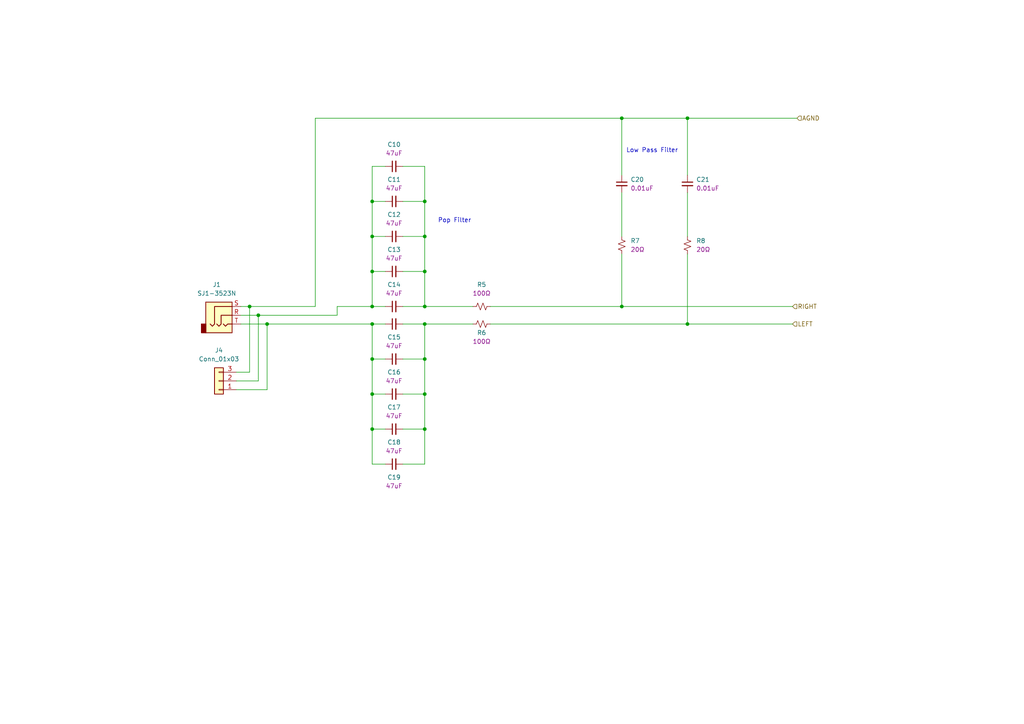
<source format=kicad_sch>
(kicad_sch (version 20230121) (generator eeschema)
  (paper "A4")
  (lib_symbols
    (symbol "Connector_Audio:AudioJack3"
      (property "Reference" "J" (at 0 8.89 0))
      (property "Value" "AudioJack3" (at 0 6.35 0))
      (symbol "AudioJack3_0_1"
        (rectangle (start -5.08 -5.08) (end -6.35 -2.54) (stroke (width 0.254)) (fill (type outline)))
        (polyline (pts (xy 0 -2.54) (xy 0.635 -3.175) (xy 1.27 -2.54) (xy 2.54 -2.54)) (stroke (width 0.254)))
        (polyline (pts (xy -1.905 -2.54) (xy -1.27 -3.175) (xy -0.635 -2.54) (xy -0.635 0) (xy 2.54 0)) (stroke (width 0.254)))
        (polyline (pts (xy 2.54 2.54) (xy -2.54 2.54) (xy -2.54 -2.54) (xy -3.175 -3.175) (xy -3.81 -2.54)) (stroke (width 0.254)))
        (rectangle (start 2.54 3.81) (end -5.08 -5.08) (stroke (width 0.254)) (fill (type background)))
      )
      (symbol "AudioJack3_1_1"
        (pin passive line (at 5.08 0 180) (length 2.54) (name "~") (number "R"))
        (pin passive line (at 5.08 2.54 180) (length 2.54) (name "~") (number "S"))
        (pin passive line (at 5.08 -2.54 180) (length 2.54) (name "~") (number "T"))
      )
    )
    (symbol "Connector_Generic:Conn_01x03" (pin_names (offset 1.016) hide)
      (property "Reference" "J" (at 0 5.08 0))
      (property "Value" "Conn_01x03" (at 0 -5.08 0))
      (symbol "Conn_01x03_1_1"
        (rectangle (start -1.27 -2.413) (end 0 -2.667) (stroke (width 0.1524)))
        (rectangle (start -1.27 0.127) (end 0 -0.127) (stroke (width 0.1524)))
        (rectangle (start -1.27 2.667) (end 0 2.413) (stroke (width 0.1524)))
        (rectangle (start -1.27 3.81) (end 1.27 -3.81) (stroke (width 0.254)) (fill (type background)))
        (pin passive line (at -5.08 2.54 0) (length 3.81) (name "Pin_1") (number "1"))
        (pin passive line (at -5.08 0 0) (length 3.81) (name "Pin_2") (number "2"))
        (pin passive line (at -5.08 -2.54 0) (length 3.81) (name "Pin_3") (number "3"))
      )
    )
    (symbol "downloaded_parts:CL21A476MQYNNNE" (pin_numbers hide) (pin_names (offset 0.254) hide)
      (property "Reference" "C" (at 2.794 1.778 0))
      (property "Capacitance" "47uF" (at 5.08 0 0))
      (symbol "CL21A476MQYNNNE_0_1"
        (polyline (pts (xy -1.524 -0.508) (xy 1.524 -0.508)) (stroke (width 0.3302)))
        (polyline (pts (xy -1.524 0.508) (xy 1.524 0.508)) (stroke (width 0.3048)))
      )
      (symbol "CL21A476MQYNNNE_1_1"
        (pin passive line (at 0 2.54 270) (length 2.032) (name "~") (number "1"))
        (pin passive line (at 0 -2.54 90) (length 2.032) (name "~") (number "2"))
      )
    )
    (symbol "downloaded_parts:CL21B103KBANNNC" (pin_numbers hide) (pin_names (offset 0.254) hide)
      (property "Reference" "C" (at 2.794 1.778 0))
      (property "Capacitance" "0.01uF" (at 5.08 0 0))
      (symbol "CL21B103KBANNNC_0_1"
        (polyline (pts (xy -1.524 -0.508) (xy 1.524 -0.508)) (stroke (width 0.3302)))
        (polyline (pts (xy -1.524 0.508) (xy 1.524 0.508)) (stroke (width 0.3048)))
      )
      (symbol "CL21B103KBANNNC_1_1"
        (pin passive line (at 0 2.54 270) (length 2.032) (name "~") (number "1"))
        (pin passive line (at 0 -2.54 90) (length 2.032) (name "~") (number "2"))
      )
    )
    (symbol "downloaded_parts:RC0805FR-07100RL" (pin_numbers hide) (pin_names (offset 0.254) hide)
      (property "Reference" "R" (at 1.27 0.508 0))
      (property "Resistance" "100Ω" (at 5.588 0.508 0))
      (symbol "RC0805FR-07100RL_1_1"
        (polyline (pts (xy 0 0) (xy 1.016 -0.381) (xy 0 -0.762) (xy -1.016 -1.143) (xy 0 -1.524)))
        (polyline (pts (xy 0 1.524) (xy 1.016 1.143) (xy 0 0.762) (xy -1.016 0.381) (xy 0 0)))
        (pin passive line (at 0 2.54 270) (length 1.016) (name "~") (number "1"))
        (pin passive line (at 0 -2.54 90) (length 1.016) (name "~") (number "2"))
      )
    )
    (symbol "downloaded_parts:RC0805JR-0720RL" (pin_numbers hide) (pin_names (offset 0.254) hide)
      (property "Reference" "R" (at 1.27 0.508 0))
      (property "Resistance" "20Ω" (at 5.588 0.508 0))
      (symbol "RC0805JR-0720RL_1_1"
        (polyline (pts (xy 0 0) (xy 1.016 -0.381) (xy 0 -0.762) (xy -1.016 -1.143) (xy 0 -1.524)))
        (polyline (pts (xy 0 1.524) (xy 1.016 1.143) (xy 0 0.762) (xy -1.016 0.381) (xy 0 0)))
        (pin passive line (at 0 2.54 270) (length 1.016) (name "~") (number "1"))
        (pin passive line (at 0 -2.54 90) (length 1.016) (name "~") (number "2"))
      )
    )
  )
  (junction (at 107.95 104.14))
  (junction (at 107.95 78.74))
  (junction (at 107.95 88.9))
  (junction (at 107.95 114.3))
  (junction (at 72.39 88.9))
  (junction (at 123.19 104.14))
  (junction (at 107.95 68.58))
  (junction (at 199.39 93.98))
  (junction (at 123.19 93.98))
  (junction (at 123.19 88.9))
  (junction (at 180.34 88.9))
  (junction (at 74.93 91.44))
  (junction (at 180.34 34.29))
  (junction (at 107.95 58.42))
  (junction (at 77.47 93.98))
  (junction (at 123.19 124.46))
  (junction (at 123.19 68.58))
  (junction (at 123.19 58.42))
  (junction (at 123.19 78.74))
  (junction (at 123.19 114.3))
  (junction (at 107.95 93.98))
  (junction (at 199.39 34.29))
  (junction (at 107.95 124.46))
  (wire (pts (xy 68.58 107.95) (xy 72.39 107.95)))
  (wire (pts (xy 107.95 104.14) (xy 107.95 114.3)))
  (wire (pts (xy 107.95 93.98) (xy 111.76 93.98)))
  (wire (pts (xy 123.19 114.3) (xy 123.19 104.14)))
  (wire (pts (xy 72.39 107.95) (xy 72.39 88.9)))
  (wire (pts (xy 116.84 114.3) (xy 123.19 114.3)))
  (wire (pts (xy 123.19 93.98) (xy 137.16 93.98)))
  (wire (pts (xy 180.34 55.88) (xy 180.34 68.58)))
  (wire (pts (xy 107.95 58.42) (xy 111.76 58.42)))
  (wire (pts (xy 107.95 88.9) (xy 97.79 88.9)))
  (wire (pts (xy 107.95 88.9) (xy 111.76 88.9)))
  (wire (pts (xy 180.34 73.66) (xy 180.34 88.9)))
  (wire (pts (xy 107.95 88.9) (xy 107.95 78.74)))
  (wire (pts (xy 123.19 104.14) (xy 123.19 93.98)))
  (wire (pts (xy 107.95 124.46) (xy 111.76 124.46)))
  (wire (pts (xy 123.19 48.26) (xy 123.19 58.42)))
  (wire (pts (xy 72.39 88.9) (xy 91.44 88.9)))
  (wire (pts (xy 180.34 50.8) (xy 180.34 34.29)))
  (wire (pts (xy 107.95 134.62) (xy 111.76 134.62)))
  (wire (pts (xy 69.85 88.9) (xy 72.39 88.9)))
  (wire (pts (xy 123.19 78.74) (xy 123.19 88.9)))
  (wire (pts (xy 123.19 58.42) (xy 123.19 68.58)))
  (wire (pts (xy 77.47 93.98) (xy 107.95 93.98)))
  (wire (pts (xy 199.39 73.66) (xy 199.39 93.98)))
  (wire (pts (xy 107.95 48.26) (xy 111.76 48.26)))
  (wire (pts (xy 107.95 78.74) (xy 107.95 68.58)))
  (wire (pts (xy 116.84 58.42) (xy 123.19 58.42)))
  (wire (pts (xy 142.24 93.98) (xy 199.39 93.98)))
  (wire (pts (xy 107.95 124.46) (xy 107.95 134.62)))
  (wire (pts (xy 74.93 91.44) (xy 69.85 91.44)))
  (wire (pts (xy 68.58 113.03) (xy 77.47 113.03)))
  (wire (pts (xy 199.39 34.29) (xy 231.14 34.29)))
  (wire (pts (xy 123.19 68.58) (xy 123.19 78.74)))
  (wire (pts (xy 107.95 68.58) (xy 111.76 68.58)))
  (wire (pts (xy 116.84 104.14) (xy 123.19 104.14)))
  (wire (pts (xy 107.95 114.3) (xy 111.76 114.3)))
  (wire (pts (xy 199.39 34.29) (xy 199.39 50.8)))
  (wire (pts (xy 123.19 88.9) (xy 137.16 88.9)))
  (wire (pts (xy 91.44 88.9) (xy 91.44 34.29)))
  (wire (pts (xy 142.24 88.9) (xy 180.34 88.9)))
  (wire (pts (xy 97.79 91.44) (xy 97.79 88.9)))
  (wire (pts (xy 107.95 93.98) (xy 107.95 104.14)))
  (wire (pts (xy 116.84 68.58) (xy 123.19 68.58)))
  (wire (pts (xy 68.58 110.49) (xy 74.93 110.49)))
  (wire (pts (xy 116.84 78.74) (xy 123.19 78.74)))
  (wire (pts (xy 107.95 58.42) (xy 107.95 48.26)))
  (wire (pts (xy 69.85 93.98) (xy 77.47 93.98)))
  (wire (pts (xy 91.44 34.29) (xy 180.34 34.29)))
  (wire (pts (xy 180.34 34.29) (xy 199.39 34.29)))
  (wire (pts (xy 77.47 113.03) (xy 77.47 93.98)))
  (wire (pts (xy 97.79 91.44) (xy 74.93 91.44)))
  (wire (pts (xy 199.39 55.88) (xy 199.39 68.58)))
  (wire (pts (xy 107.95 68.58) (xy 107.95 58.42)))
  (wire (pts (xy 107.95 78.74) (xy 111.76 78.74)))
  (wire (pts (xy 74.93 110.49) (xy 74.93 91.44)))
  (wire (pts (xy 116.84 48.26) (xy 123.19 48.26)))
  (wire (pts (xy 116.84 124.46) (xy 123.19 124.46)))
  (wire (pts (xy 199.39 93.98) (xy 229.87 93.98)))
  (wire (pts (xy 116.84 88.9) (xy 123.19 88.9)))
  (wire (pts (xy 107.95 104.14) (xy 111.76 104.14)))
  (wire (pts (xy 123.19 134.62) (xy 123.19 124.46)))
  (wire (pts (xy 116.84 93.98) (xy 123.19 93.98)))
  (wire (pts (xy 107.95 114.3) (xy 107.95 124.46)))
  (wire (pts (xy 116.84 134.62) (xy 123.19 134.62)))
  (wire (pts (xy 180.34 88.9) (xy 229.87 88.9)))
  (wire (pts (xy 123.19 124.46) (xy 123.19 114.3)))
  (text "Pop Filter\n" (at 127 64.77 0) (effects (font (size 1.27 1.27)) (justify left bottom)))
  (text "Low Pass Filter" (at 181.61 44.45 0) (effects (font (size 1.27 1.27)) (justify left bottom)))
  (hierarchical_label "LEFT" (shape input) (at 229.87 93.98 0))
  (hierarchical_label "RIGHT" (shape input) (at 229.87 88.9 0))
  (hierarchical_label "AGND" (shape input) (at 231.14 34.29 0))
  (symbol (lib_id "downloaded_parts:CL21A476MQYNNNE") (at 114.3 93.98 90) (unit 1)
    (property "Reference" "C15" (at 114.3 97.79 90))
    (property "Value" "CL21A476MQYNNNE" (effects hide))
    (property "Footprint" "dowloaded_parts:0805_cap" (effects hide))
    (property "Datasheet" "https://www.digikey.com/en/products/detail/samsung-electro-mechanics/CL31A475KBHNNNE/3888715" (effects hide))
    (property "Capacitance" "47uF" (at 114.3 100.33 90))
    (property "Tolerance" "20%" (effects hide))
    (property "Voltage" "6.3v" (effects hide))
    (instances (project "codec-breakout" (path "" (reference "C15") (unit 1))) (project "el-p" (path "" (reference "C23") (unit 1))))
  )
  (symbol (lib_id "downloaded_parts:CL21A476MQYNNNE") (at 114.3 48.26 90) (unit 1)
    (property "Reference" "C10" (at 114.3063 41.91 90))
    (property "Value" "CL21A476MQYNNNE" (effects hide))
    (property "Footprint" "dowloaded_parts:0805_cap" (effects hide))
    (property "Datasheet" "https://www.digikey.com/en/products/detail/samsung-electro-mechanics/CL31A475KBHNNNE/3888715" (effects hide))
    (property "Capacitance" "47uF" (at 114.3063 44.45 90))
    (property "Tolerance" "20%" (effects hide))
    (property "Voltage" "6.3v" (effects hide))
    (instances (project "codec-breakout" (path "" (reference "C10") (unit 1))) (project "el-p" (path "" (reference "C28") (unit 1))))
  )
  (symbol (lib_id "downloaded_parts:RC0805FR-07100RL") (at 139.7 88.9 90) (unit 1)
    (property "Reference" "R5" (at 139.7 82.55 90))
    (property "Value" "RC0805FR-07100RL" (effects hide))
    (property "Footprint" "Resistor_SMD:R_0805_2012Metric_Pad1.20x1.40mm_HandSolder" (effects hide))
    (property "Datasheet" "https://www.yageo.com/upload/media/product/productsearch/datasheet/rchip/PYu-RC_Group_51_RoHS_L_12.pdf" (effects hide))
    (property "Resistance" "100Ω" (at 139.7 85.09 90))
    (property "Store Page" "https://www.digikey.com/en/products/detail/yageo/RC0805FR-07100RL/727543" (effects hide))
    (instances (project "codec-breakout" (path "" (reference "R5") (unit 1))) (project "el-p" (path "" (reference "R14") (unit 1))))
  )
  (symbol (lib_id "downloaded_parts:CL21A476MQYNNNE") (at 114.3 124.46 90) (unit 1)
    (property "Reference" "C18" (at 114.3 128.27 90))
    (property "Value" "CL21A476MQYNNNE" (effects hide))
    (property "Footprint" "dowloaded_parts:0805_cap" (effects hide))
    (property "Datasheet" "https://www.digikey.com/en/products/detail/samsung-electro-mechanics/CL31A475KBHNNNE/3888715" (effects hide))
    (property "Capacitance" "47uF" (at 114.3 130.81 90))
    (property "Tolerance" "20%" (effects hide))
    (property "Voltage" "6.3v" (effects hide))
    (instances (project "codec-breakout" (path "" (reference "C18") (unit 1))) (project "el-p" (path "" (reference "C26") (unit 1))))
  )
  (symbol (lib_id "Connector_Audio:AudioJack3") (at 64.77 91.44 0) (unit 1)
    (property "Reference" "J1" (at 62.865 82.55 0))
    (property "Value" "SJ1-3523N" (at 62.865 85.09 0))
    (property "Footprint" "dowloaded_parts:Jack_3.5mm_CUI_SJ1-3523N_Horizontal" (effects hide))
    (instances (project "codec-breakout" (path "" (reference "J1") (unit 1))) (project "el-p" (path "" (reference "J2") (unit 1))))
  )
  (symbol (lib_id "downloaded_parts:RC0805JR-0720RL") (at 180.34 71.12 0) (unit 1)
    (property "Reference" "R7" (at 182.88 69.85 0) (effects (justify left)))
    (property "Value" "RC0805JR-0720RL" (effects hide))
    (property "Footprint" "Resistor_SMD:R_0805_2012Metric_Pad1.20x1.40mm_HandSolder" (effects hide))
    (property "Datasheet" "https://www.seielect.com/Catalog/SEI-RNCP.pdf" (effects hide))
    (property "Resistance" "20Ω" (at 182.88 72.39 0) (effects (justify left)))
    (instances (project "codec-breakout" (path "" (reference "R7") (unit 1))) (project "el-p" (path "" (reference "R15") (unit 1))))
  )
  (symbol (lib_id "downloaded_parts:CL21A476MQYNNNE") (at 114.3 68.58 90) (unit 1)
    (property "Reference" "C12" (at 114.3063 62.23 90))
    (property "Value" "CL21A476MQYNNNE" (effects hide))
    (property "Footprint" "dowloaded_parts:0805_cap" (effects hide))
    (property "Datasheet" "https://www.digikey.com/en/products/detail/samsung-electro-mechanics/CL31A475KBHNNNE/3888715" (effects hide))
    (property "Capacitance" "47uF" (at 114.3063 64.77 90))
    (property "Tolerance" "20%" (effects hide))
    (property "Voltage" "6.3v" (effects hide))
    (instances (project "codec-breakout" (path "" (reference "C12") (unit 1))) (project "el-p" (path "" (reference "C30") (unit 1))))
  )
  (symbol (lib_id "downloaded_parts:CL21A476MQYNNNE") (at 114.3 88.9 90) (unit 1)
    (property "Reference" "C14" (at 114.3063 82.55 90))
    (property "Value" "CL21A476MQYNNNE" (effects hide))
    (property "Footprint" "dowloaded_parts:0805_cap" (effects hide))
    (property "Datasheet" "https://www.digikey.com/en/products/detail/samsung-electro-mechanics/CL31A475KBHNNNE/3888715" (effects hide))
    (property "Capacitance" "47uF" (at 114.3063 85.09 90))
    (property "Tolerance" "20%" (effects hide))
    (property "Voltage" "6.3v" (effects hide))
    (instances (project "codec-breakout" (path "" (reference "C14") (unit 1))) (project "el-p" (path "" (reference "C32") (unit 1))))
  )
  (symbol (lib_id "downloaded_parts:RC0805JR-0720RL") (at 199.39 71.12 0) (unit 1)
    (property "Reference" "R8" (at 201.93 69.85 0) (effects (justify left)))
    (property "Value" "RC0805JR-0720RL" (effects hide))
    (property "Footprint" "Resistor_SMD:R_0805_2012Metric_Pad1.20x1.40mm_HandSolder" (effects hide))
    (property "Datasheet" "https://www.seielect.com/Catalog/SEI-RNCP.pdf" (effects hide))
    (property "Resistance" "20Ω" (at 201.93 72.39 0) (effects (justify left)))
    (instances (project "codec-breakout" (path "" (reference "R8") (unit 1))) (project "el-p" (path "" (reference "R16") (unit 1))))
  )
  (symbol (lib_id "downloaded_parts:CL21B103KBANNNC") (at 180.34 53.34 0) (unit 1)
    (property "Reference" "C20" (at 182.88 52.0763 0) (effects (justify left)))
    (property "Value" "CL21B103KBANNNC" (effects hide))
    (property "Footprint" "dowloaded_parts:0805_cap" (effects hide))
    (property "Datasheet" "https://media.digikey.com/pdf/Data%20Sheets/Samsung%20PDFs/CL21B104KBCNNN_Spec.pdf" (effects hide))
    (property "Capacitance" "0.01uF" (at 182.88 54.6163 0) (effects (justify left)))
    (property "Tolerance" "10%" (effects hide))
    (property "Voltage" "50v" (effects hide))
    (instances (project "codec-breakout" (path "" (reference "C20") (unit 1))) (project "el-p" (path "" (reference "C33") (unit 1))))
  )
  (symbol (lib_id "downloaded_parts:CL21A476MQYNNNE") (at 114.3 104.14 90) (unit 1)
    (property "Reference" "C16" (at 114.3 107.95 90))
    (property "Value" "CL21A476MQYNNNE" (effects hide))
    (property "Footprint" "dowloaded_parts:0805_cap" (effects hide))
    (property "Datasheet" "https://www.digikey.com/en/products/detail/samsung-electro-mechanics/CL31A475KBHNNNE/3888715" (effects hide))
    (property "Capacitance" "47uF" (at 114.3 110.49 90))
    (property "Tolerance" "20%" (effects hide))
    (property "Voltage" "6.3v" (effects hide))
    (instances (project "codec-breakout" (path "" (reference "C16") (unit 1))) (project "el-p" (path "" (reference "C24") (unit 1))))
  )
  (symbol (lib_id "Connector_Generic:Conn_01x03") (at 63.5 110.49 180) (unit 1)
    (property "Reference" "J4" (at 63.5 101.6 0))
    (property "Value" "Conn_01x03" (at 63.5 104.14 0))
    (property "Footprint" "Connector_PinHeader_2.54mm:PinHeader_1x03_P2.54mm_Vertical" (effects hide))
  )
  (symbol (lib_id "downloaded_parts:CL21A476MQYNNNE") (at 114.3 58.42 90) (unit 1)
    (property "Reference" "C11" (at 114.3063 52.07 90))
    (property "Value" "CL21A476MQYNNNE" (effects hide))
    (property "Footprint" "dowloaded_parts:0805_cap" (effects hide))
    (property "Datasheet" "https://www.digikey.com/en/products/detail/samsung-electro-mechanics/CL31A475KBHNNNE/3888715" (effects hide))
    (property "Capacitance" "47uF" (at 114.3063 54.61 90))
    (property "Tolerance" "20%" (effects hide))
    (property "Voltage" "6.3v" (effects hide))
    (instances (project "codec-breakout" (path "" (reference "C11") (unit 1))) (project "el-p" (path "" (reference "C29") (unit 1))))
  )
  (symbol (lib_id "downloaded_parts:CL21A476MQYNNNE") (at 114.3 134.62 90) (unit 1)
    (property "Reference" "C19" (at 114.3 138.43 90))
    (property "Value" "CL21A476MQYNNNE" (effects hide))
    (property "Footprint" "dowloaded_parts:0805_cap" (effects hide))
    (property "Datasheet" "https://www.digikey.com/en/products/detail/samsung-electro-mechanics/CL31A475KBHNNNE/3888715" (effects hide))
    (property "Capacitance" "47uF" (at 114.3 140.97 90))
    (property "Tolerance" "20%" (effects hide))
    (property "Voltage" "6.3v" (effects hide))
    (instances (project "codec-breakout" (path "" (reference "C19") (unit 1))) (project "el-p" (path "" (reference "C27") (unit 1))))
  )
  (symbol (lib_id "downloaded_parts:CL21B103KBANNNC") (at 199.39 53.34 0) (unit 1)
    (property "Reference" "C21" (at 201.93 52.0763 0) (effects (justify left)))
    (property "Value" "CL21B103KBANNNC" (effects hide))
    (property "Footprint" "dowloaded_parts:0805_cap" (effects hide))
    (property "Datasheet" "https://media.digikey.com/pdf/Data%20Sheets/Samsung%20PDFs/CL21B104KBCNNN_Spec.pdf" (effects hide))
    (property "Capacitance" "0.01uF" (at 201.93 54.6163 0) (effects (justify left)))
    (property "Tolerance" "10%" (effects hide))
    (property "Voltage" "50v" (effects hide))
    (instances (project "codec-breakout" (path "" (reference "C21") (unit 1))) (project "el-p" (path "" (reference "C34") (unit 1))))
  )
  (symbol (lib_id "downloaded_parts:CL21A476MQYNNNE") (at 114.3 78.74 90) (unit 1)
    (property "Reference" "C13" (at 114.3063 72.39 90))
    (property "Value" "CL21A476MQYNNNE" (effects hide))
    (property "Footprint" "dowloaded_parts:0805_cap" (effects hide))
    (property "Datasheet" "https://www.digikey.com/en/products/detail/samsung-electro-mechanics/CL31A475KBHNNNE/3888715" (effects hide))
    (property "Capacitance" "47uF" (at 114.3063 74.93 90))
    (property "Tolerance" "20%" (effects hide))
    (property "Voltage" "6.3v" (effects hide))
    (instances (project "codec-breakout" (path "" (reference "C13") (unit 1))) (project "el-p" (path "" (reference "C31") (unit 1))))
  )
  (symbol (lib_id "downloaded_parts:RC0805FR-07100RL") (at 139.7 93.98 90) (unit 1)
    (property "Reference" "R6" (at 139.7 96.52 90))
    (property "Value" "RC0805FR-07100RL" (effects hide))
    (property "Footprint" "Resistor_SMD:R_0805_2012Metric_Pad1.20x1.40mm_HandSolder" (effects hide))
    (property "Datasheet" "https://www.yageo.com/upload/media/product/productsearch/datasheet/rchip/PYu-RC_Group_51_RoHS_L_12.pdf" (effects hide))
    (property "Resistance" "100Ω" (at 139.7 99.06 90))
    (property "Store Page" "https://www.digikey.com/en/products/detail/yageo/RC0805FR-07100RL/727543" (effects hide))
    (instances (project "codec-breakout" (path "" (reference "R6") (unit 1))) (project "el-p" (path "" (reference "R13") (unit 1))))
  )
  (symbol (lib_id "downloaded_parts:CL21A476MQYNNNE") (at 114.3 114.3 90) (unit 1)
    (property "Reference" "C17" (at 114.3 118.11 90))
    (property "Value" "CL21A476MQYNNNE" (effects hide))
    (property "Footprint" "dowloaded_parts:0805_cap" (effects hide))
    (property "Datasheet" "https://www.digikey.com/en/products/detail/samsung-electro-mechanics/CL31A475KBHNNNE/3888715" (effects hide))
    (property "Capacitance" "47uF" (at 114.3 120.65 90))
    (property "Tolerance" "20%" (effects hide))
    (property "Voltage" "6.3v" (effects hide))
    (instances (project "codec-breakout" (path "" (reference "C17") (unit 1))) (project "el-p" (path "" (reference "C25") (unit 1))))
  )
)
</source>
